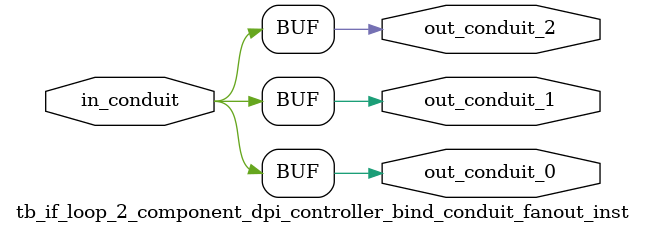
<source format=sv>


 


// --------------------------------------------------------------------------------
//| Avalon Conduit Fan-Out
// --------------------------------------------------------------------------------

// ------------------------------------------
// Generation parameters:
//   output_name:       tb_if_loop_2_component_dpi_controller_bind_conduit_fanout_inst
//   numFanOut:         3
//   
// ------------------------------------------

module tb_if_loop_2_component_dpi_controller_bind_conduit_fanout_inst (     

// Interface: out_conduit_0
 output                    out_conduit_0,
// Interface: out_conduit_1
 output                    out_conduit_1,
// Interface: out_conduit_2
 output                    out_conduit_2,

// Interface: in_conduit
 input                   in_conduit

);

   assign  out_conduit_0 = in_conduit;
   assign  out_conduit_1 = in_conduit;
   assign  out_conduit_2 = in_conduit;

endmodule //


</source>
